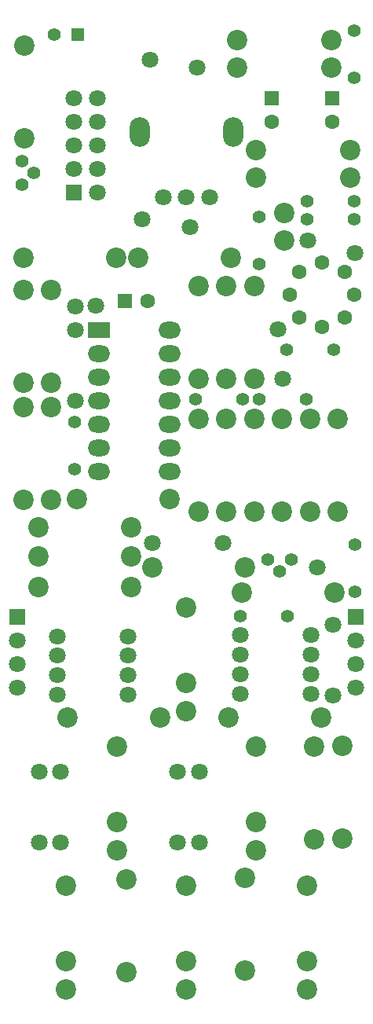
<source format=gbs>
G04 #@! TF.FileFunction,Soldermask,Bot*
%FSLAX46Y46*%
G04 Gerber Fmt 4.6, Leading zero omitted, Abs format (unit mm)*
G04 Created by KiCad (PCBNEW (2016-08-20 BZR 7083)-product) date Mon Jan  2 06:37:45 2017*
%MOMM*%
%LPD*%
G01*
G04 APERTURE LIST*
%ADD10C,0.100000*%
%ADD11C,1.800000*%
%ADD12R,1.800000X1.800000*%
%ADD13C,2.200000*%
%ADD14R,1.600000X1.600000*%
%ADD15C,1.600000*%
%ADD16C,1.400000*%
%ADD17O,2.200000X3.200000*%
%ADD18R,1.400000X1.400000*%
%ADD19R,2.400000X1.800000*%
%ADD20O,2.400000X1.800000*%
G04 APERTURE END LIST*
D10*
D11*
X13200000Y40700000D03*
X5600000Y40700000D03*
X18500000Y18500000D03*
X18500000Y26100000D03*
X5900000Y18500000D03*
X5900000Y26100000D03*
D12*
X7330000Y88520000D03*
D11*
X9870000Y88520000D03*
X7330000Y91060000D03*
X9870000Y91060000D03*
X7330000Y93600000D03*
X9870000Y93600000D03*
X7330000Y96140000D03*
X9870000Y96140000D03*
X7330000Y98680000D03*
X9870000Y98680000D03*
D13*
X19500000Y35698000D03*
X19500000Y43826000D03*
X19500000Y32650000D03*
X12000000Y20698000D03*
X12000000Y28826000D03*
X12000000Y17650000D03*
X27000000Y20698000D03*
X27000000Y28826000D03*
X27000000Y17650000D03*
X6500000Y5698000D03*
X6500000Y13826000D03*
X6500000Y2650000D03*
D14*
X12850000Y76800000D03*
D15*
X15350000Y76800000D03*
D14*
X35200000Y98650000D03*
D15*
X35200000Y96150000D03*
D14*
X28700000Y98650000D03*
D15*
X28700000Y96150000D03*
D16*
X37600000Y100860000D03*
X37600000Y105940000D03*
X32460000Y87600000D03*
X37540000Y87600000D03*
X7400000Y63740000D03*
X7400000Y58660000D03*
X25540000Y66200000D03*
X20460000Y66200000D03*
X27300000Y80760000D03*
X27300000Y85840000D03*
X30260000Y71600000D03*
X35340000Y71600000D03*
X25260000Y42900000D03*
X30340000Y42900000D03*
X37700000Y45460000D03*
X37700000Y50540000D03*
X27360000Y66200000D03*
X32440000Y66200000D03*
X37540000Y85600000D03*
X32460000Y85600000D03*
D15*
X30600000Y77500000D03*
X31626000Y75026000D03*
X34100000Y74000000D03*
X36574000Y75026000D03*
X37600000Y77500000D03*
X36574000Y79974000D03*
X34100000Y81000000D03*
X31626000Y79974000D03*
D13*
X24920000Y102000000D03*
X35080000Y102000000D03*
X27020000Y90100000D03*
X37180000Y90100000D03*
X1900000Y55400000D03*
X1900000Y65400000D03*
X4900000Y65400000D03*
X4900000Y55400000D03*
X4900000Y68000000D03*
X4900000Y78000000D03*
X1900000Y78000000D03*
X1900000Y68000000D03*
X14300000Y81500000D03*
X24300000Y81500000D03*
X25800000Y48100000D03*
X15800000Y48100000D03*
X17700000Y55500000D03*
X7700000Y55500000D03*
X13500000Y52400000D03*
X3500000Y52400000D03*
X11900000Y81500000D03*
X1900000Y81500000D03*
X13500000Y49300000D03*
X3500000Y49300000D03*
X2000000Y94300000D03*
X2000000Y104300000D03*
X36300000Y18900000D03*
X36300000Y28900000D03*
X34000000Y31900000D03*
X24000000Y31900000D03*
X25800000Y14700000D03*
X25800000Y4700000D03*
X13000000Y14500000D03*
X13000000Y4500000D03*
X25500000Y45400000D03*
X35500000Y45400000D03*
X16700000Y31900000D03*
X6700000Y31900000D03*
X26800000Y54100000D03*
X26800000Y64100000D03*
X32800000Y54100000D03*
X32800000Y64100000D03*
X20800000Y64100000D03*
X20800000Y54100000D03*
X23800000Y54100000D03*
X23800000Y64100000D03*
X29800000Y64100000D03*
X29800000Y54100000D03*
X23800000Y78400000D03*
X23800000Y68400000D03*
X20800000Y68400000D03*
X20800000Y78400000D03*
X26800000Y68400000D03*
X26800000Y78400000D03*
X3500000Y46000000D03*
X13500000Y46000000D03*
X33300000Y28800000D03*
X33300000Y18800000D03*
D11*
X7500000Y66100000D03*
X7500000Y73700000D03*
X23400000Y50700000D03*
X15800000Y50700000D03*
X3600000Y26100000D03*
X3600000Y18500000D03*
X20900000Y26100000D03*
X20900000Y18500000D03*
X25300000Y38700000D03*
X32900000Y38700000D03*
X32900000Y40800000D03*
X25300000Y40800000D03*
X35300000Y41900000D03*
X35300000Y34300000D03*
X5600000Y36500000D03*
X13200000Y36500000D03*
X13200000Y34400000D03*
X5600000Y34400000D03*
X25300000Y36600000D03*
X32900000Y36600000D03*
X5600000Y38600000D03*
X13200000Y38600000D03*
X32900000Y34500000D03*
X25300000Y34500000D03*
X15550000Y102850000D03*
X20650000Y101950000D03*
X14750000Y85650000D03*
X19850000Y84750000D03*
D16*
X3035000Y90600000D03*
X1765000Y89330000D03*
X1765000Y91870000D03*
X29500000Y47665000D03*
X28230000Y48935000D03*
X30770000Y48935000D03*
D13*
X19500000Y5698000D03*
X19500000Y13826000D03*
X19500000Y2650000D03*
X32500000Y5698000D03*
X32500000Y13826000D03*
X32500000Y2650000D03*
D11*
X37750000Y35190000D03*
X37750000Y37730000D03*
D12*
X37750000Y42810000D03*
D11*
X37750000Y40270000D03*
X1250000Y35190000D03*
X1250000Y37730000D03*
D12*
X1250000Y42810000D03*
D11*
X1250000Y40270000D03*
D17*
X24500000Y95000000D03*
X14500000Y95000000D03*
D11*
X22000000Y88000000D03*
X19500000Y88000000D03*
X17000000Y88000000D03*
D16*
X5230000Y105500000D03*
D18*
X7770000Y105500000D03*
D19*
X10090000Y73720000D03*
D20*
X10090000Y71180000D03*
X10090000Y68640000D03*
X10090000Y66100000D03*
X10090000Y63560000D03*
X10090000Y61020000D03*
X10090000Y58480000D03*
X17710000Y58480000D03*
X17710000Y61020000D03*
X17710000Y63560000D03*
X17710000Y66100000D03*
X17710000Y68640000D03*
X17710000Y71180000D03*
X17710000Y73720000D03*
D13*
X24920000Y104900000D03*
X35080000Y104900000D03*
X37180000Y93100000D03*
X27020000Y93100000D03*
D11*
X7500000Y76200000D03*
X9700000Y76300000D03*
X33600000Y48100000D03*
X32600000Y83300000D03*
X29400000Y73800000D03*
X29900000Y68400000D03*
X37700000Y82000000D03*
D13*
X30000000Y83300000D03*
X30000000Y86300000D03*
X35800000Y54100000D03*
X35800000Y64100000D03*
M02*

</source>
